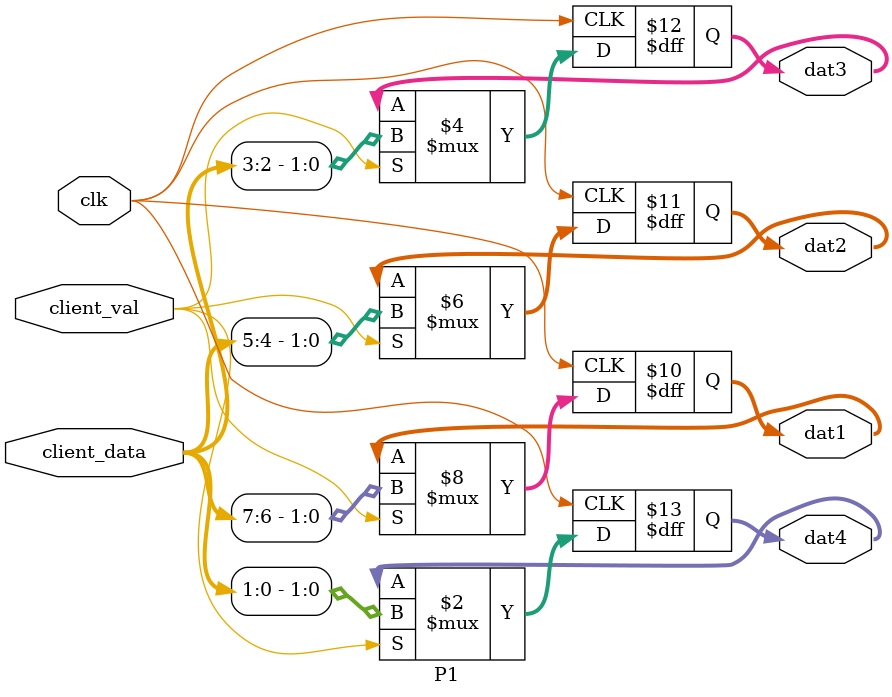
<source format=v>
module P1(clk, client_val, client_data, dat1, dat2, dat3, dat4);

parameter data_width = 8;

input                       clk;
input                       client_val;
input      [data_width-1:0] client_data;
output reg [1:0]            dat1;
output reg [1:0]            dat2;
output reg [1:0]            dat3;
output reg [1:0]            dat4;

always @(posedge clk) 
begin
    if (client_val) begin
        dat1 <= client_data [data_width-1:6];
        dat2 <= client_data [5:4];
        dat3 <= client_data [3:2];
        dat4 <= client_data [1:0];
    end
end

endmodule
</source>
